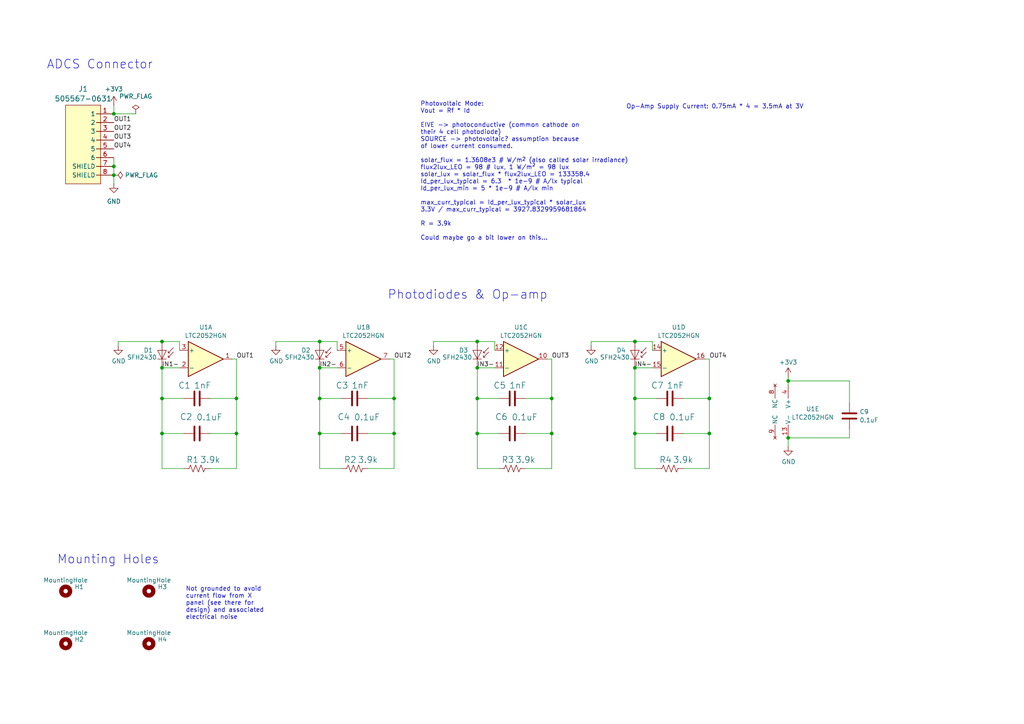
<source format=kicad_sch>
(kicad_sch (version 20250114) (generator "eeschema") (generator_version "9.0")
  (paper "A4")
  (title_block (title "Piramide del Sol") (date "2025-04-07") (rev "3.2") (company "Stanford Student Space Initiative") (comment 1 "Re: Hunter Liu"))
  (lib_symbols
    (symbol "Device:C" (pin_numbers (hide yes)) (pin_names (offset 0.254))
      (property "Reference" "C" (at 0.635 2.54 0))
      (property "Value" "C" (at 0.635 -2.54 0))
      (symbol "C_0_1"
        (polyline (pts (xy -2.032 0.762) (xy 2.032 0.762)) (stroke (width 0.508)))
        (polyline (pts (xy -2.032 -0.762) (xy 2.032 -0.762)) (stroke (width 0.508)))
      )
      (symbol "C_1_1"
        (pin passive line (at 0 3.81 270) (length 2.794) (name "~") (number "1"))
        (pin passive line (at 0 -3.81 90) (length 2.794) (name "~") (number "2"))
      )
    )
    (symbol "Device:R_US" (pin_numbers (hide yes)) (pin_names (offset 0))
      (property "Reference" "R" (at 2.54 0 90))
      (property "Value" "R_US" (at -2.54 0 90))
      (symbol "R_US_0_1"
        (polyline (pts (xy 0 2.286) (xy 0 2.54)))
        (polyline (pts (xy 0 2.286) (xy 1.016 1.905) (xy 0 1.524) (xy -1.016 1.143) (xy 0 0.762)))
        (polyline (pts (xy 0 0.762) (xy 1.016 0.381) (xy 0 0) (xy -1.016 -0.381) (xy 0 -0.762)))
        (polyline (pts (xy 0 -0.762) (xy 1.016 -1.143) (xy 0 -1.524) (xy -1.016 -1.905) (xy 0 -2.286)))
        (polyline (pts (xy 0 -2.286) (xy 0 -2.54)))
      )
      (symbol "R_US_1_1"
        (pin passive line (at 0 3.81 270) (length 1.27) (name "~") (number "1"))
        (pin passive line (at 0 -3.81 90) (length 1.27) (name "~") (number "2"))
      )
    )
    (symbol "Mechanical:MountingHole" (pin_names (offset 1.016)) (in_bom no)
      (property "Reference" "H" (at 0 5.08 0))
      (property "Value" "MountingHole" (at 0 3.175 0))
      (symbol "MountingHole_0_1"
        (circle (center 0 0) (radius 1.27) (stroke (width 1.27)))
      )
    )
    (symbol "Sensor_Optical:SFH2430" (pin_numbers (hide yes)) (pin_names (offset 1.016) (hide yes))
      (property "Reference" "D" (at 0.508 1.778 0))
      (property "Value" "SFH2430" (at -1.016 -2.794 0))
      (symbol "SFH2430_0_1"
        (polyline (pts (xy -2.54 1.27) (xy -2.54 -1.27)) (stroke (width 0.1524)))
        (polyline (pts (xy -2.032 1.778) (xy -1.524 1.778)))
        (polyline (pts (xy -0.508 3.302) (xy -2.032 1.778) (xy -2.032 2.286)))
        (polyline (pts (xy 0 1.27) (xy -2.54 0) (xy 0 -1.27)))
        (polyline (pts (xy 0 0) (xy -2.54 0)))
        (polyline (pts (xy 0 -1.27) (xy 0 1.27)))
        (polyline (pts (xy 0.762 3.302) (xy -0.762 1.778) (xy -0.762 2.286) (xy -0.762 1.778) (xy -0.254 1.778)))
      )
      (symbol "SFH2430_1_1"
        (pin passive line (at -5.08 0 0) (length 2.54) (name "K") (number "1"))
        (pin passive line (at 2.54 0 180) (length 2.54) (name "A") (number "2"))
      )
    )
    (symbol "power:+3V3" (power) (pin_numbers (hide yes)) (pin_names (offset 0) (hide yes))
      (property "Value" "+3V3" (at 0 3.556 0))
      (symbol "+3V3_0_1"
        (polyline (pts (xy -0.762 1.27) (xy 0 2.54)))
        (polyline (pts (xy 0 2.54) (xy 0.762 1.27)))
        (polyline (pts (xy 0 0) (xy 0 2.54)))
      )
      (symbol "+3V3_1_1"
        (pin power_in line (at 0 0 90) (length 0) (name "~") (number "1"))
      )
    )
    (symbol "power:GND" (power) (pin_numbers (hide yes)) (pin_names (offset 0) (hide yes))
      (property "Value" "GND" (at 0 -3.81 0))
      (symbol "GND_0_1"
        (polyline (pts (xy 0 0) (xy 0 -1.27) (xy 1.27 -1.27) (xy 0 -2.54) (xy -1.27 -1.27) (xy 0 -1.27)))
      )
      (symbol "GND_1_1"
        (pin power_in line (at 0 0 270) (length 0) (name "~") (number "1"))
      )
    )
    (symbol "power:PWR_FLAG" (power) (pin_numbers (hide yes)) (pin_names (offset 0) (hide yes))
      (property "Value" "PWR_FLAG" (at 0 3.81 0))
      (symbol "PWR_FLAG_0_0"
        (pin power_out line (at 0 0 90) (length 0) (name "~") (number "1"))
      )
      (symbol "PWR_FLAG_0_1"
        (polyline (pts (xy 0 0) (xy 0 1.27) (xy -1.016 1.905) (xy 0 2.54) (xy 1.016 1.905) (xy 0 1.27)))
      )
    )
    (symbol "ssi_IC:LTC2052HGN" (pin_names (offset 0.127))
      (property "Reference" "U" (at 0 5.08 0))
      (property "Value" "LTC2052HGN" (at 0 -5.08 0))
      (symbol "LTC2052HGN_1_1"
        (polyline (pts (xy -5.08 5.08) (xy 5.08 0) (xy -5.08 -5.08) (xy -5.08 5.08)) (stroke (width 0.254)) (fill (type background)))
        (pin input line (at -7.62 2.54 0) (length 2.54) (name "+") (number "3"))
        (pin input line (at -7.62 -2.54 0) (length 2.54) (name "-") (number "2"))
        (pin output line (at 7.62 0 180) (length 2.54) (name "~") (number "1"))
      )
      (symbol "LTC2052HGN_2_1"
        (polyline (pts (xy -5.08 5.08) (xy 5.08 0) (xy -5.08 -5.08) (xy -5.08 5.08)) (stroke (width 0.254)) (fill (type background)))
        (pin input line (at -7.62 2.54 0) (length 2.54) (name "+") (number "5"))
        (pin input line (at -7.62 -2.54 0) (length 2.54) (name "-") (number "6"))
        (pin output line (at 7.62 0 180) (length 2.54) (name "~") (number "7"))
      )
      (symbol "LTC2052HGN_3_1"
        (polyline (pts (xy -5.08 5.08) (xy 5.08 0) (xy -5.08 -5.08) (xy -5.08 5.08)) (stroke (width 0.254)) (fill (type background)))
        (pin input line (at -7.62 2.54 0) (length 2.54) (name "+") (number "12"))
        (pin input line (at -7.62 -2.54 0) (length 2.54) (name "-") (number "11"))
        (pin output line (at 7.62 0 180) (length 2.54) (name "~") (number "10"))
      )
      (symbol "LTC2052HGN_4_1"
        (polyline (pts (xy -5.08 5.08) (xy 5.08 0) (xy -5.08 -5.08) (xy -5.08 5.08)) (stroke (width 0.254)) (fill (type background)))
        (pin input line (at -7.62 2.54 0) (length 2.54) (name "+") (number "14"))
        (pin input line (at -7.62 -2.54 0) (length 2.54) (name "-") (number "15"))
        (pin output line (at 7.62 0 180) (length 2.54) (name "~") (number "16"))
      )
      (symbol "LTC2052HGN_5_1"
        (pin no_connect line (at -6.35 7.62 270) (length 3.81) (name "NC") (number "8"))
        (pin no_connect line (at -6.35 -7.62 90) (length 3.81) (name "NC") (number "9"))
        (pin power_in line (at -2.54 7.62 270) (length 3.81) (name "V+") (number "4"))
        (pin power_in line (at -2.54 -7.62 90) (length 3.81) (name "V-") (number "13"))
      )
    )
    (symbol "ssi_connector:505567-0631" (pin_names (offset 0.254))
      (property "Reference" "J3" (at 8.89 3.81 0))
      (property "Value" "505567-0631" (at 15.24 -6.35 90))
      (symbol "505567-0631_1_1"
        (rectangle (start 3.81 2.54) (end 13.97 -20.32) (fill (type background)))
        (pin passive line (at 0 0 0) (length 5.08) (name "1") (number "1"))
        (pin passive line (at 0 -2.54 0) (length 5.08) (name "2") (number "2"))
        (pin passive line (at 0 -5.08 0) (length 5.08) (name "3") (number "3"))
        (pin passive line (at 0 -7.62 0) (length 5.08) (name "4") (number "4"))
        (pin passive line (at 0 -10.16 0) (length 5.08) (name "5") (number "5"))
        (pin passive line (at 0 -12.7 0) (length 5.08) (name "6") (number "6"))
        (pin passive line (at 0 -15.24 0) (length 5.08) (name "SHIELD") (number "7"))
        (pin passive line (at 0 -17.78 0) (length 5.08) (name "SHIELD") (number "8"))
      )
      (symbol "505567-0631_1_2"
        (polyline (pts (xy 5.08 2.54) (xy 5.08 -20.32)) (stroke (width 0.127)))
        (polyline (pts (xy 5.08 -20.32) (xy 12.7 -20.32)) (stroke (width 0.127)))
        (polyline (pts (xy 7.62 0) (xy 5.08 0)) (stroke (width 0.127)))
        (polyline (pts (xy 7.62 0) (xy 8.89 0.8467)) (stroke (width 0.127)))
        (polyline (pts (xy 7.62 0) (xy 8.89 -0.8467)) (stroke (width 0.127)))
        (polyline (pts (xy 7.62 -2.54) (xy 5.08 -2.54)) (stroke (width 0.127)))
        (polyline (pts (xy 7.62 -2.54) (xy 8.89 -1.6933)) (stroke (width 0.127)))
        (polyline (pts (xy 7.62 -2.54) (xy 8.89 -3.3867)) (stroke (width 0.127)))
        (polyline (pts (xy 7.62 -5.08) (xy 5.08 -5.08)) (stroke (width 0.127)))
        (polyline (pts (xy 7.62 -5.08) (xy 8.89 -4.2333)) (stroke (width 0.127)))
        (polyline (pts (xy 7.62 -5.08) (xy 8.89 -5.9267)) (stroke (width 0.127)))
        (polyline (pts (xy 7.62 -7.62) (xy 5.08 -7.62)) (stroke (width 0.127)))
        (polyline (pts (xy 7.62 -7.62) (xy 8.89 -6.7733)) (stroke (width 0.127)))
        (polyline (pts (xy 7.62 -7.62) (xy 8.89 -8.4667)) (stroke (width 0.127)))
        (polyline (pts (xy 7.62 -10.16) (xy 5.08 -10.16)) (stroke (width 0.127)))
        (polyline (pts (xy 7.62 -10.16) (xy 8.89 -9.3133)) (stroke (width 0.127)))
        (polyline (pts (xy 7.62 -10.16) (xy 8.89 -11.0067)) (stroke (width 0.127)))
        (polyline (pts (xy 7.62 -12.7) (xy 5.08 -12.7)) (stroke (width 0.127)))
        (polyline (pts (xy 7.62 -12.7) (xy 8.89 -11.8533)) (stroke (width 0.127)))
        (polyline (pts (xy 7.62 -12.7) (xy 8.89 -13.5467)) (stroke (width 0.127)))
        (polyline (pts (xy 7.62 -15.24) (xy 5.08 -15.24)) (stroke (width 0.127)))
        (polyline (pts (xy 7.62 -15.24) (xy 8.89 -14.3933)) (stroke (width 0.127)))
        (polyline (pts (xy 7.62 -15.24) (xy 8.89 -16.0867)) (stroke (width 0.127)))
        (polyline (pts (xy 7.62 -17.78) (xy 5.08 -17.78)) (stroke (width 0.127)))
        (polyline (pts (xy 7.62 -17.78) (xy 8.89 -16.9333)) (stroke (width 0.127)))
        (polyline (pts (xy 7.62 -17.78) (xy 8.89 -18.6267)) (stroke (width 0.127)))
        (polyline (pts (xy 12.7 2.54) (xy 5.08 2.54)) (stroke (width 0.127)))
        (polyline (pts (xy 12.7 -20.32) (xy 12.7 2.54)) (stroke (width 0.127)))
      )
    )
  )
  (text "EIVE -> photoconductive (common cathode on \ntheir 4 cell photodiode)\nSOURCE -> photovoltaic? assumption because \nof lower current consumed.\n\nsolar_flux = 1.3608e3 # W/m^{2} (also called solar irradiance)\nflux2lux_LEO = 98 # lux, 1 W/m² = 98 lux\nsolar_lux = solar_flux * flux2lux_LEO = 133358.4\nId_per_lux_typical = 6.3  * 1e-9 # A/lx typical\nId_per_lux_min = 5 * 1e-9 # A/lx min\n\nmax_curr_typical = Id_per_lux_typical * solar_lux\n3.3V / max_curr_typical = 3927.8329959681864\n\nR = 3.9k\n\nCould maybe go a bit lower on this..." (at 121.92 69.85 0) (effects (font (size 1.27 1.27)) (justify left bottom)))
  (text "Mounting Holes" (at 16.51 163.83 0) (effects (font (size 2.54 2.54)) (justify left bottom)))
  (text "Photovoltaic Mode:\nVout = Rf * Id" (at 121.92 33.02 0) (effects (font (size 1.27 1.27)) (justify left bottom)))
  (text "Op-Amp Supply Current: 0.75mA * 4 = 3.5mA at 3V" (at 181.61 31.75 0) (effects (font (size 1.27 1.27)) (justify left bottom)))
  (text "Not grounded to avoid\ncurrent flow from X\npanel (see there for\ndesign) and associated\nelectrical noise" (at 53.848 179.832 0) (effects (font (size 1.27 1.27)) (justify left bottom)))
  (text "ADCS Connector" (at 28.956 18.796 0) (effects (font (size 2.54 2.54))))
  (text "Photodiodes & Op-amp" (at 135.636 85.598 0) (effects (font (size 2.54 2.54))))
  (junction (at 228.6 110.49))
  (junction (at 160.02 125.73))
  (junction (at 160.02 115.57))
  (junction (at 205.74 115.57))
  (junction (at 46.99 115.57))
  (junction (at 68.58 115.57))
  (junction (at 184.15 125.73))
  (junction (at 92.71 125.73))
  (junction (at 46.99 106.68))
  (junction (at 33.02 48.26))
  (junction (at 114.3 125.73))
  (junction (at 205.74 125.73))
  (junction (at 184.15 99.06))
  (junction (at 138.43 125.73))
  (junction (at 138.43 115.57))
  (junction (at 138.43 106.68))
  (junction (at 184.15 115.57))
  (junction (at 33.02 33.02))
  (junction (at 184.15 106.68))
  (junction (at 92.71 99.06))
  (junction (at 138.43 99.06))
  (junction (at 33.02 50.8))
  (junction (at 46.99 99.06))
  (junction (at 92.71 106.68))
  (junction (at 92.71 115.57))
  (junction (at 68.58 125.73))
  (junction (at 46.99 125.73))
  (junction (at 114.3 115.57))
  (junction (at 228.6 127))
  (wire (pts (xy 92.71 125.73) (xy 92.71 135.89)))
  (wire (pts (xy 246.38 110.49) (xy 228.6 110.49)))
  (wire (pts (xy 143.51 101.6) (xy 143.51 99.06)))
  (wire (pts (xy 205.74 115.57) (xy 205.74 125.73)))
  (wire (pts (xy 152.4 115.57) (xy 160.02 115.57)))
  (wire (pts (xy 189.23 101.6) (xy 189.23 99.06)))
  (wire (pts (xy 92.71 106.68) (xy 92.71 115.57)))
  (wire (pts (xy 46.99 135.89) (xy 53.34 135.89)))
  (wire (pts (xy 68.58 115.57) (xy 68.58 125.73)))
  (wire (pts (xy 114.3 104.14) (xy 114.3 115.57)))
  (wire (pts (xy 114.3 115.57) (xy 114.3 125.73)))
  (wire (pts (xy 184.15 106.68) (xy 189.23 106.68)))
  (wire (pts (xy 80.01 99.06) (xy 92.71 99.06)))
  (wire (pts (xy 113.03 104.14) (xy 114.3 104.14)))
  (wire (pts (xy 33.02 45.72) (xy 33.02 48.26)))
  (wire (pts (xy 204.47 104.14) (xy 205.74 104.14)))
  (wire (pts (xy 46.99 125.73) (xy 53.34 125.73)))
  (wire (pts (xy 198.12 115.57) (xy 205.74 115.57)))
  (wire (pts (xy 67.31 104.14) (xy 68.58 104.14)))
  (wire (pts (xy 228.6 127) (xy 228.6 129.54)))
  (wire (pts (xy 138.43 115.57) (xy 138.43 125.73)))
  (wire (pts (xy 60.96 115.57) (xy 68.58 115.57)))
  (wire (pts (xy 184.15 125.73) (xy 190.5 125.73)))
  (wire (pts (xy 198.12 135.89) (xy 205.74 135.89)))
  (wire (pts (xy 138.43 106.68) (xy 143.51 106.68)))
  (wire (pts (xy 33.02 33.02) (xy 39.37 33.02)))
  (wire (pts (xy 92.71 115.57) (xy 99.06 115.57)))
  (wire (pts (xy 198.12 125.73) (xy 205.74 125.73)))
  (wire (pts (xy 184.15 135.89) (xy 190.5 135.89)))
  (wire (pts (xy 106.68 125.73) (xy 114.3 125.73)))
  (wire (pts (xy 92.71 125.73) (xy 99.06 125.73)))
  (wire (pts (xy 92.71 115.57) (xy 92.71 125.73)))
  (wire (pts (xy 138.43 106.68) (xy 138.43 115.57)))
  (wire (pts (xy 184.15 125.73) (xy 184.15 135.89)))
  (wire (pts (xy 138.43 125.73) (xy 144.78 125.73)))
  (wire (pts (xy 228.6 109.22) (xy 228.6 110.49)))
  (wire (pts (xy 52.07 101.6) (xy 52.07 99.06)))
  (wire (pts (xy 160.02 104.14) (xy 160.02 115.57)))
  (wire (pts (xy 246.38 127) (xy 228.6 127)))
  (wire (pts (xy 152.4 125.73) (xy 160.02 125.73)))
  (wire (pts (xy 138.43 135.89) (xy 144.78 135.89)))
  (wire (pts (xy 33.02 48.26) (xy 33.02 50.8)))
  (wire (pts (xy 33.02 50.8) (xy 33.02 53.34)))
  (wire (pts (xy 92.71 99.06) (xy 97.79 99.06)))
  (wire (pts (xy 68.58 125.73) (xy 68.58 135.89)))
  (wire (pts (xy 125.73 99.06) (xy 138.43 99.06)))
  (wire (pts (xy 246.38 124.46) (xy 246.38 127)))
  (wire (pts (xy 138.43 125.73) (xy 138.43 135.89)))
  (wire (pts (xy 114.3 125.73) (xy 114.3 135.89)))
  (wire (pts (xy 34.29 99.06) (xy 34.29 100.33)))
  (wire (pts (xy 184.15 99.06) (xy 189.23 99.06)))
  (wire (pts (xy 60.96 125.73) (xy 68.58 125.73)))
  (wire (pts (xy 160.02 125.73) (xy 160.02 135.89)))
  (wire (pts (xy 184.15 115.57) (xy 190.5 115.57)))
  (wire (pts (xy 158.75 104.14) (xy 160.02 104.14)))
  (wire (pts (xy 246.38 116.84) (xy 246.38 110.49)))
  (wire (pts (xy 97.79 101.6) (xy 97.79 99.06)))
  (wire (pts (xy 125.73 99.06) (xy 125.73 100.33)))
  (wire (pts (xy 46.99 115.57) (xy 46.99 125.73)))
  (wire (pts (xy 205.74 125.73) (xy 205.74 135.89)))
  (wire (pts (xy 34.29 99.06) (xy 46.99 99.06)))
  (wire (pts (xy 205.74 104.14) (xy 205.74 115.57)))
  (wire (pts (xy 138.43 115.57) (xy 144.78 115.57)))
  (wire (pts (xy 92.71 135.89) (xy 99.06 135.89)))
  (wire (pts (xy 171.45 99.06) (xy 184.15 99.06)))
  (wire (pts (xy 80.01 99.06) (xy 80.01 100.33)))
  (wire (pts (xy 106.68 135.89) (xy 114.3 135.89)))
  (wire (pts (xy 160.02 115.57) (xy 160.02 125.73)))
  (wire (pts (xy 46.99 106.68) (xy 52.07 106.68)))
  (wire (pts (xy 92.71 106.68) (xy 97.79 106.68)))
  (wire (pts (xy 46.99 115.57) (xy 53.34 115.57)))
  (wire (pts (xy 138.43 99.06) (xy 143.51 99.06)))
  (wire (pts (xy 184.15 106.68) (xy 184.15 115.57)))
  (wire (pts (xy 152.4 135.89) (xy 160.02 135.89)))
  (wire (pts (xy 184.15 115.57) (xy 184.15 125.73)))
  (wire (pts (xy 33.02 30.48) (xy 33.02 33.02)))
  (wire (pts (xy 68.58 104.14) (xy 68.58 115.57)))
  (wire (pts (xy 46.99 106.68) (xy 46.99 115.57)))
  (wire (pts (xy 106.68 115.57) (xy 114.3 115.57)))
  (wire (pts (xy 46.99 125.73) (xy 46.99 135.89)))
  (wire (pts (xy 171.45 99.06) (xy 171.45 100.33)))
  (wire (pts (xy 228.6 110.49) (xy 228.6 111.76)))
  (wire (pts (xy 60.96 135.89) (xy 68.58 135.89)))
  (wire (pts (xy 46.99 99.06) (xy 52.07 99.06)))
  (label "OUT2" (at 114.3 104.14 0))
  (label "OUT4" (at 205.74 104.14 0))
  (label "OUT2" (at 33.02 38.1 0))
  (label "IN3-" (at 138.43 106.68 0))
  (label "OUT4" (at 33.02 43.18 0))
  (label "OUT1" (at 33.02 35.56 0))
  (label "IN4-" (at 184.15 106.68 0))
  (label "IN2-" (at 92.71 106.68 0))
  (label "OUT3" (at 160.02 104.14 0))
  (label "OUT1" (at 68.58 104.14 0))
  (label "IN1-" (at 46.99 106.68 0))
  (label "OUT3" (at 33.02 40.64 0))
  (symbol (lib_id "Device:R_US") (at 148.59 135.89 90) (unit 1)
    (property "Reference" "R3" (at 147.32 133.35 90) (effects (font (size 1.778 1.778))))
    (property "Value" "3.9k" (at 152.4 133.35 90) (effects (font (size 1.778 1.778))))
    (property "Footprint" "Resistor_SMD:R_0603_1608Metric" (effects (hide yes)))
  )
  (symbol (lib_id "power:GND") (at 34.29 100.33 0) (unit 1)
    (property "Reference" "#PWR05" (effects (hide yes)))
    (property "Value" "GND" (at 34.417 104.7242 0))
  )
  (symbol (lib_id "ssi_IC:LTC2052HGN") (at 59.69 104.14 0) (unit 1)
    (property "Reference" "U1" (at 59.69 94.9155 0))
    (property "Value" "LTC2052HGN" (at 59.69 97.3398 0))
    (property "Footprint" "Package_SO:SSOP-16_3.9x4.9mm_P0.635mm" (effects (hide yes)))
    (property "Datasheet" "https://www.analog.com/media/en/technical-documentation/data-sheets/20512fd.pdf" (effects (hide yes)))
    (property "Description" "Low-Power, Quad-Operational Zero-Drift Amplifier, SOIC-14/SSOP-16" (effects (hide yes)))
  )
  (symbol (lib_id "Device:C") (at 57.15 115.57 90) (unit 1)
    (property "Reference" "C1" (at 55.3974 110.7694 90) (effects (font (size 1.778 1.778)) (justify left bottom)))
    (property "Value" "1nF" (at 61.3156 110.7694 90) (effects (font (size 1.778 1.778)) (justify left bottom)))
    (property "Footprint" "Capacitor_SMD:C_0603_1608Metric" (effects (hide yes)))
    (property "Description" "Unpolarized capacitor" (effects (hide yes)))
  )
  (symbol (lib_id "Device:C") (at 148.59 115.57 90) (unit 1)
    (property "Reference" "C5" (at 146.8374 110.7694 90) (effects (font (size 1.778 1.778)) (justify left bottom)))
    (property "Value" "1nF" (at 152.7556 110.7694 90) (effects (font (size 1.778 1.778)) (justify left bottom)))
    (property "Footprint" "Capacitor_SMD:C_0603_1608Metric" (effects (hide yes)))
    (property "Description" "Unpolarized capacitor" (effects (hide yes)))
  )
  (symbol (lib_id "ssi_IC:LTC2052HGN") (at 151.13 104.14 0) (unit 3)
    (property "Reference" "U1" (at 151.13 94.9155 0))
    (property "Value" "LTC2052HGN" (at 151.13 97.3398 0))
    (property "Footprint" "Package_SO:SSOP-16_3.9x4.9mm_P0.635mm" (effects (hide yes)))
    (property "Datasheet" "https://www.analog.com/media/en/technical-documentation/data-sheets/20512fd.pdf" (effects (hide yes)))
    (property "Description" "Low-Power, Quad-Operational Zero-Drift Amplifier, SOIC-14/SSOP-16" (effects (hide yes)))
  )
  (symbol (lib_id "power:+3V3") (at 228.6 109.22 0) (unit 1)
    (property "Reference" "#PWR012" (effects (hide yes)))
    (property "Value" "+3V3" (at 228.6 105.0869 0))
    (property "Description" "Power symbol creates a global label with name \"+3V3\"" (effects (hide yes)))
  )
  (symbol (lib_id "power:PWR_FLAG") (at 39.37 33.02 0) (mirror y) (unit 1)
    (property "Reference" "#FLG01" (effects (hide yes)))
    (property "Value" "PWR_FLAG" (at 39.37 27.94 0))
    (property "Description" "Special symbol for telling ERC where power comes from" (effects (hide yes)))
  )
  (symbol (lib_id "power:PWR_FLAG") (at 33.02 50.8 270) (mirror x) (unit 1)
    (property "Reference" "#FLG02" (effects (hide yes)))
    (property "Value" "PWR_FLAG" (at 36.195 50.8 90) (effects (justify left)))
    (property "Description" "Special symbol for telling ERC where power comes from" (effects (hide yes)))
  )
  (symbol (lib_id "Device:C") (at 194.31 115.57 90) (unit 1)
    (property "Reference" "C7" (at 192.5574 110.7694 90) (effects (font (size 1.778 1.778)) (justify left bottom)))
    (property "Value" "1nF" (at 198.4756 110.7694 90) (effects (font (size 1.778 1.778)) (justify left bottom)))
    (property "Footprint" "Capacitor_SMD:C_0603_1608Metric" (effects (hide yes)))
    (property "Description" "Unpolarized capacitor" (effects (hide yes)))
  )
  (symbol (lib_id "power:GND") (at 33.02 53.34 0) (mirror y) (unit 1)
    (property "Reference" "#PWR06" (effects (hide yes)))
    (property "Value" "GND" (at 33.02 58.42 0))
    (property "Description" "Power symbol creates a global label with name \"GND\" , ground" (effects (hide yes)))
  )
  (symbol (lib_id "ssi_IC:LTC2052HGN") (at 231.14 119.38 0) (unit 5)
    (property "Reference" "U1" (at 235.712 118.618 0))
    (property "Value" "LTC2052HGN" (at 235.712 121.0423 0))
    (property "Footprint" "Package_SO:SSOP-16_3.9x4.9mm_P0.635mm" (effects (hide yes)))
    (property "Datasheet" "https://www.analog.com/media/en/technical-documentation/data-sheets/20512fd.pdf" (effects (hide yes)))
    (property "Description" "Low-Power, Quad-Operational Zero-Drift Amplifier, SOIC-14/SSOP-16" (effects (hide yes)))
  )
  (symbol (lib_id "Device:R_US") (at 102.87 135.89 90) (unit 1)
    (property "Reference" "R2" (at 101.6 133.35 90) (effects (font (size 1.778 1.778))))
    (property "Value" "3.9k" (at 106.68 133.35 90) (effects (font (size 1.778 1.778))))
    (property "Footprint" "Resistor_SMD:R_0603_1608Metric" (effects (hide yes)))
  )
  (symbol (lib_id "Device:R_US") (at 57.15 135.89 90) (unit 1)
    (property "Reference" "R1" (at 55.88 133.35 90) (effects (font (size 1.778 1.778))))
    (property "Value" "3.9k" (at 60.96 133.35 90) (effects (font (size 1.778 1.778))))
    (property "Footprint" "Resistor_SMD:R_0603_1608Metric" (effects (hide yes)))
  )
  (symbol (lib_id "Sensor_Optical:SFH2430") (at 92.71 101.6 270) (mirror x) (unit 1)
    (property "Reference" "D2" (at 87.376 101.6 90) (effects (justify left)))
    (property "Value" "SFH2430" (at 82.55 103.632 90) (effects (justify left)))
    (property "Footprint" "ssi_diode:SFH2430" (effects (hide yes)))
    (property "Datasheet" "https://dammedia.osram.info/media/resource/hires/osram-dam-5467144/SFH%202430_EN.pdf" (effects (hide yes)))
  )
  (symbol (lib_id "power:GND") (at 125.73 100.33 0) (unit 1)
    (property "Reference" "#PWR09" (effects (hide yes)))
    (property "Value" "GND" (at 125.857 104.7242 0))
  )
  (symbol (lib_id "power:GND") (at 80.01 100.33 0) (unit 1)
    (property "Reference" "#PWR08" (effects (hide yes)))
    (property "Value" "GND" (at 80.137 104.7242 0))
  )
  (symbol (lib_id "ssi_connector:505567-0631") (at 33.02 33.02 0) (mirror y) (unit 1)
    (property "Reference" "J1" (at 24.13 25.7861 0) (effects (font (size 1.524 1.524))))
    (property "Value" "505567-0631" (at 24.13 28.619 0) (effects (font (size 1.524 1.524))))
    (property "Footprint" "ssi_connector:Molex_505567-0631" (effects (hide yes)))
    (property "Datasheet" "https://www.molex.com/en-us/products/part-detail/5055670631?display=pdf" (effects (hide yes)))
  )
  (symbol (lib_id "Device:C") (at 102.87 125.73 90) (unit 1)
    (property "Reference" "C4" (at 101.6 119.888 90) (effects (font (size 1.778 1.778)) (justify left bottom)))
    (property "Value" "0.1uF" (at 110.2868 119.9896 90) (effects (font (size 1.778 1.778)) (justify left bottom)))
    (property "Footprint" "Capacitor_SMD:C_0603_1608Metric" (effects (hide yes)))
    (property "Description" "Unpolarized capacitor" (effects (hide yes)))
  )
  (symbol (lib_id "Mechanical:MountingHole") (at 19.05 171.45 0) (unit 1) (in_bom no)
    (property "Reference" "H1" (at 21.59 170.2054 0) (effects (justify left)))
    (property "Value" "MountingHole" (at 19.05 168.275 0))
    (property "Footprint" "MountingHole:MountingHole_2.2mm_M2" (effects (hide yes)))
    (property "Description" "Mounting Hole without connection" (effects (hide yes)))
  )
  (symbol (lib_id "Sensor_Optical:SFH2430") (at 184.15 101.6 270) (mirror x) (unit 1)
    (property "Reference" "D4" (at 178.816 101.6 90) (effects (justify left)))
    (property "Value" "SFH2430" (at 173.99 103.632 90) (effects (justify left)))
    (property "Footprint" "ssi_diode:SFH2430" (effects (hide yes)))
    (property "Datasheet" "https://dammedia.osram.info/media/resource/hires/osram-dam-5467144/SFH%202430_EN.pdf" (effects (hide yes)))
  )
  (symbol (lib_id "Mechanical:MountingHole") (at 43.18 186.69 0) (unit 1) (in_bom no)
    (property "Reference" "H4" (at 45.72 185.4454 0) (effects (justify left)))
    (property "Value" "MountingHole" (at 43.18 183.515 0))
    (property "Footprint" "MountingHole:MountingHole_2.2mm_M2" (effects (hide yes)))
    (property "Description" "Mounting Hole without connection" (effects (hide yes)))
  )
  (symbol (lib_id "ssi_IC:LTC2052HGN") (at 105.41 104.14 0) (unit 2)
    (property "Reference" "U1" (at 105.41 94.9155 0))
    (property "Value" "LTC2052HGN" (at 105.41 97.3398 0))
    (property "Footprint" "Package_SO:SSOP-16_3.9x4.9mm_P0.635mm" (effects (hide yes)))
    (property "Datasheet" "https://www.analog.com/media/en/technical-documentation/data-sheets/20512fd.pdf" (effects (hide yes)))
    (property "Description" "Low-Power, Quad-Operational Zero-Drift Amplifier, SOIC-14/SSOP-16" (effects (hide yes)))
  )
  (symbol (lib_id "Device:C") (at 148.59 125.73 90) (unit 1)
    (property "Reference" "C6" (at 147.32 119.888 90) (effects (font (size 1.778 1.778)) (justify left bottom)))
    (property "Value" "0.1uF" (at 156.0068 119.9896 90) (effects (font (size 1.778 1.778)) (justify left bottom)))
    (property "Footprint" "Capacitor_SMD:C_0603_1608Metric" (effects (hide yes)))
    (property "Description" "Unpolarized capacitor" (effects (hide yes)))
  )
  (symbol (lib_id "power:GND") (at 171.45 100.33 0) (unit 1)
    (property "Reference" "#PWR011" (effects (hide yes)))
    (property "Value" "GND" (at 171.577 104.7242 0))
  )
  (symbol (lib_id "Device:C") (at 102.87 115.57 90) (unit 1)
    (property "Reference" "C3" (at 101.1174 110.7694 90) (effects (font (size 1.778 1.778)) (justify left bottom)))
    (property "Value" "1nF" (at 107.0356 110.7694 90) (effects (font (size 1.778 1.778)) (justify left bottom)))
    (property "Footprint" "Capacitor_SMD:C_0603_1608Metric" (effects (hide yes)))
    (property "Description" "Unpolarized capacitor" (effects (hide yes)))
  )
  (symbol (lib_id "Device:C") (at 246.38 120.65 0) (unit 1)
    (property "Reference" "C9" (at 249.301 119.4378 0) (effects (justify left)))
    (property "Value" "0.1uF" (at 249.301 121.8621 0) (effects (justify left)))
    (property "Footprint" "Capacitor_SMD:C_0603_1608Metric" (effects (hide yes)))
    (property "Description" "Unpolarized capacitor" (effects (hide yes)))
  )
  (symbol (lib_id "Mechanical:MountingHole") (at 43.18 171.45 0) (unit 1) (in_bom no)
    (property "Reference" "H3" (at 45.72 170.2054 0) (effects (justify left)))
    (property "Value" "MountingHole" (at 43.18 168.275 0))
    (property "Footprint" "MountingHole:MountingHole_2.2mm_M2" (effects (hide yes)))
    (property "Description" "Mounting Hole without connection" (effects (hide yes)))
  )
  (symbol (lib_id "Device:R_US") (at 194.31 135.89 90) (unit 1)
    (property "Reference" "R4" (at 193.04 133.35 90) (effects (font (size 1.778 1.778))))
    (property "Value" "3.9k" (at 198.12 133.35 90) (effects (font (size 1.778 1.778))))
    (property "Footprint" "Resistor_SMD:R_0603_1608Metric" (effects (hide yes)))
  )
  (symbol (lib_id "power:+3V3") (at 33.02 30.48 0) (mirror y) (unit 1)
    (property "Reference" "#PWR010" (effects (hide yes)))
    (property "Value" "+3V3" (at 33.02 25.8318 0))
    (property "Description" "Power symbol creates a global label with name \"+3V3\"" (effects (hide yes)))
  )
  (symbol (lib_id "Device:C") (at 57.15 125.73 90) (unit 1)
    (property "Reference" "C2" (at 55.88 119.888 90) (effects (font (size 1.778 1.778)) (justify left bottom)))
    (property "Value" "0.1uF" (at 64.5668 119.9896 90) (effects (font (size 1.778 1.778)) (justify left bottom)))
    (property "Footprint" "Capacitor_SMD:C_0603_1608Metric" (effects (hide yes)))
    (property "Description" "Unpolarized capacitor" (effects (hide yes)))
  )
  (symbol (lib_id "Sensor_Optical:SFH2430") (at 138.43 101.6 270) (mirror x) (unit 1)
    (property "Reference" "D3" (at 133.096 101.6 90) (effects (justify left)))
    (property "Value" "SFH2430" (at 128.27 103.632 90) (effects (justify left)))
    (property "Footprint" "ssi_diode:SFH2430" (effects (hide yes)))
    (property "Datasheet" "https://dammedia.osram.info/media/resource/hires/osram-dam-5467144/SFH%202430_EN.pdf" (effects (hide yes)))
  )
  (symbol (lib_id "Sensor_Optical:SFH2430") (at 46.99 101.6 270) (mirror x) (unit 1)
    (property "Reference" "D1" (at 41.656 101.6 90) (effects (justify left)))
    (property "Value" "SFH2430" (at 36.83 103.632 90) (effects (justify left)))
    (property "Footprint" "ssi_diode:SFH2430" (effects (hide yes)))
    (property "Datasheet" "https://dammedia.osram.info/media/resource/hires/osram-dam-5467144/SFH%202430_EN.pdf" (effects (hide yes)))
  )
  (symbol (lib_id "Mechanical:MountingHole") (at 19.05 186.69 0) (unit 1) (in_bom no)
    (property "Reference" "H2" (at 21.59 185.4454 0) (effects (justify left)))
    (property "Value" "MountingHole" (at 19.05 183.515 0))
    (property "Footprint" "MountingHole:MountingHole_2.2mm_M2" (effects (hide yes)))
    (property "Description" "Mounting Hole without connection" (effects (hide yes)))
  )
  (symbol (lib_id "power:GND") (at 228.6 129.54 0) (unit 1)
    (property "Reference" "#PWR07" (effects (hide yes)))
    (property "Value" "GND" (at 228.727 133.9342 0))
  )
  (symbol (lib_id "ssi_IC:LTC2052HGN") (at 196.85 104.14 0) (unit 4)
    (property "Reference" "U1" (at 196.85 94.9155 0))
    (property "Value" "LTC2052HGN" (at 196.85 97.3398 0))
    (property "Footprint" "Package_SO:SSOP-16_3.9x4.9mm_P0.635mm" (effects (hide yes)))
    (property "Datasheet" "https://www.analog.com/media/en/technical-documentation/data-sheets/20512fd.pdf" (effects (hide yes)))
    (property "Description" "Low-Power, Quad-Operational Zero-Drift Amplifier, SOIC-14/SSOP-16" (effects (hide yes)))
  )
  (symbol (lib_id "Device:C") (at 194.31 125.73 90) (unit 1)
    (property "Reference" "C8" (at 193.04 119.888 90) (effects (font (size 1.778 1.778)) (justify left bottom)))
    (property "Value" "0.1uF" (at 201.7268 119.9896 90) (effects (font (size 1.778 1.778)) (justify left bottom)))
    (property "Footprint" "Capacitor_SMD:C_0603_1608Metric" (effects (hide yes)))
    (property "Description" "Unpolarized capacitor" (effects (hide yes)))
  )
)
</source>
